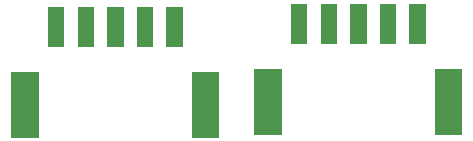
<source format=gbp>
G04 Layer: BottomPasteMaskLayer*
G04 EasyEDA v6.4.17, 2021-03-06T12:48:26--8:00*
G04 ee12d80863e34575bd4b21ebeaabd800,b5aacd518854429a9b9924e8a25dcfd8,10*
G04 Gerber Generator version 0.2*
G04 Scale: 100 percent, Rotated: No, Reflected: No *
G04 Dimensions in inches *
G04 leading zeros omitted , absolute positions ,3 integer and 6 decimal *
%FSLAX36Y36*%
%MOIN*%

%ADD10C,0.0001*%

%LPD*%
G36*
X1804350Y-1516970D02*
G01*
X1749350Y-1516970D01*
X1749350Y-1650959D01*
X1804350Y-1650959D01*
G37*
G36*
X1705919Y-1516970D02*
G01*
X1650929Y-1516970D01*
X1650929Y-1650959D01*
X1705919Y-1650959D01*
G37*
G36*
X1607500Y-1516970D02*
G01*
X1552500Y-1516970D01*
X1552500Y-1650959D01*
X1607500Y-1650959D01*
G37*
G36*
X1509070Y-1516970D02*
G01*
X1454080Y-1516970D01*
X1454080Y-1650959D01*
X1509070Y-1650959D01*
G37*
G36*
X1410649Y-1516970D02*
G01*
X1355649Y-1516970D01*
X1355649Y-1650959D01*
X1410649Y-1650959D01*
G37*
G36*
X1926679Y-1733809D02*
G01*
X1835680Y-1733809D01*
X1835680Y-1953809D01*
X1926679Y-1953809D01*
G37*
G36*
X1324319Y-1733809D02*
G01*
X1233320Y-1733809D01*
X1233320Y-1953809D01*
X1324319Y-1953809D01*
G37*
G36*
X2614350Y-1506970D02*
G01*
X2559350Y-1506970D01*
X2559350Y-1640959D01*
X2614350Y-1640959D01*
G37*
G36*
X2515919Y-1506970D02*
G01*
X2460929Y-1506970D01*
X2460929Y-1640959D01*
X2515919Y-1640959D01*
G37*
G36*
X2417500Y-1506970D02*
G01*
X2362500Y-1506970D01*
X2362500Y-1640959D01*
X2417500Y-1640959D01*
G37*
G36*
X2319070Y-1506970D02*
G01*
X2264080Y-1506970D01*
X2264080Y-1640959D01*
X2319070Y-1640959D01*
G37*
G36*
X2220649Y-1506970D02*
G01*
X2165649Y-1506970D01*
X2165649Y-1640959D01*
X2220649Y-1640959D01*
G37*
G36*
X2736679Y-1723809D02*
G01*
X2645680Y-1723809D01*
X2645680Y-1943809D01*
X2736679Y-1943809D01*
G37*
G36*
X2134319Y-1723809D02*
G01*
X2043320Y-1723809D01*
X2043320Y-1943809D01*
X2134319Y-1943809D01*
G37*
M02*

</source>
